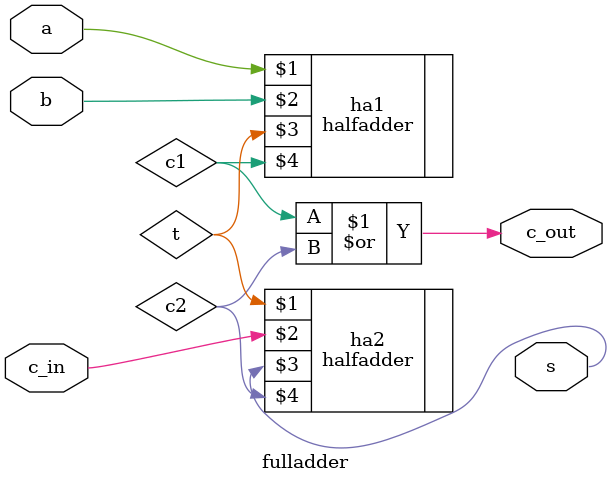
<source format=v>
module fulladder(
input a,
input b,
input c_in,
output s,
output c_out
);

wire t, c1, c2;

halfadder ha1(a, b, t, c1);
halfadder ha2(t, c_in, s, c2);

assign c_out = c1 | c2;

endmodule

</source>
